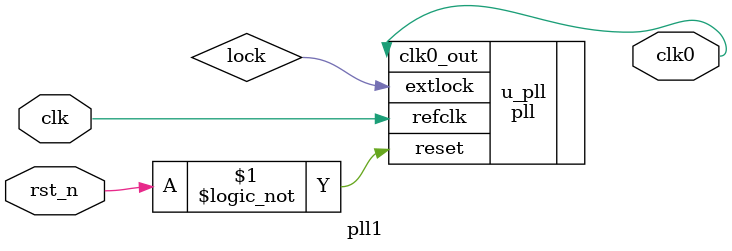
<source format=v>
module pll1(
	input clk,
	input rst_n,
	output clk0
	);
	wire lock;
pll u_pll(
		.refclk(clk),
		.reset(!rst_n),
		.extlock(lock),
		.clk0_out(clk0)
	);		
endmodule
</source>
